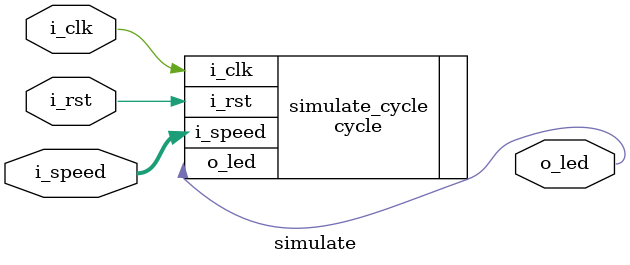
<source format=v>

module simulate #(
  parameter START_POS=0
) (
  input i_clk,
  input i_rst,
  input [15:0] i_speed,
  output o_led
);

  // RED
	cycle #(
    .START_POS(START_POS)
  ) simulate_cycle (
		.i_clk(i_clk),
		.i_rst(i_rst),
    .i_speed(i_speed),
 		.o_led(o_led)
	);

endmodule

</source>
